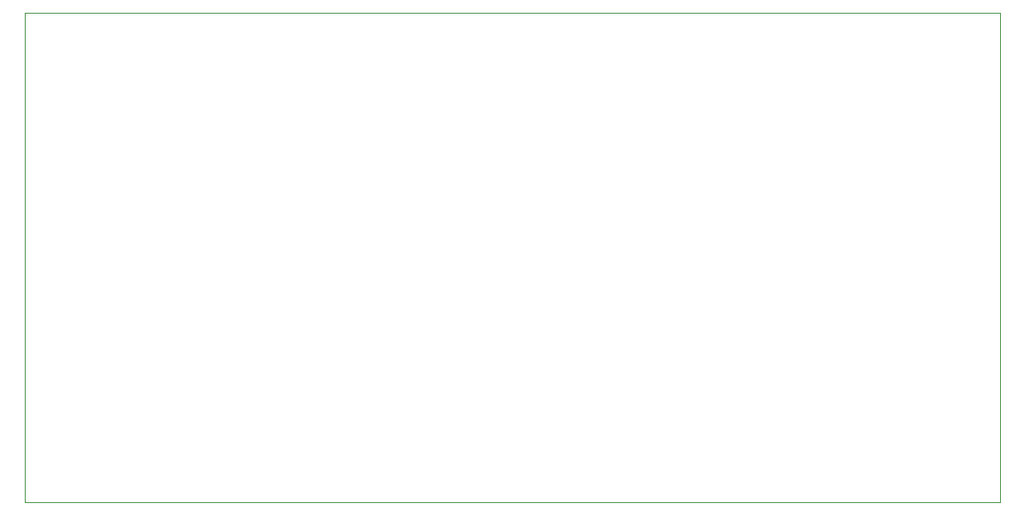
<source format=gbr>
G04 #@! TF.GenerationSoftware,KiCad,Pcbnew,(5.1.8)-1*
G04 #@! TF.CreationDate,2022-02-21T20:22:27+03:00*
G04 #@! TF.ProjectId,template-b,74656d70-6c61-4746-952d-622e6b696361,rev?*
G04 #@! TF.SameCoordinates,Original*
G04 #@! TF.FileFunction,Profile,NP*
%FSLAX46Y46*%
G04 Gerber Fmt 4.6, Leading zero omitted, Abs format (unit mm)*
G04 Created by KiCad (PCBNEW (5.1.8)-1) date 2022-02-21 20:22:27*
%MOMM*%
%LPD*%
G01*
G04 APERTURE LIST*
G04 #@! TA.AperFunction,Profile*
%ADD10C,0.050000*%
G04 #@! TD*
G04 APERTURE END LIST*
D10*
X22860000Y-18732500D02*
X22860000Y-67310000D01*
X119380000Y-18732500D02*
X22860000Y-18732500D01*
X119380000Y-67310000D02*
X119380000Y-18732500D01*
X22860000Y-67310000D02*
X119380000Y-67310000D01*
M02*

</source>
